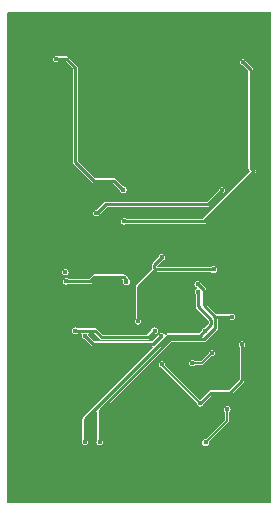
<source format=gbl>
G04 Layer_Physical_Order=2*
G04 Layer_Color=16711680*
%FSLAX44Y44*%
%MOMM*%
G71*
G01*
G75*
%ADD41C,0.2540*%
%ADD42C,0.1270*%
%ADD44C,0.4000*%
G36*
X608750Y1332750D02*
X385000D01*
Y1747750D01*
X385750Y1748000D01*
X608750D01*
Y1332750D01*
D02*
G37*
%LPC*%
G36*
X559000Y1462316D02*
X557922Y1462102D01*
X557009Y1461491D01*
X556398Y1460578D01*
X556184Y1459500D01*
X556255Y1459143D01*
X549624Y1452512D01*
X544561D01*
X544241Y1452991D01*
X543328Y1453602D01*
X542250Y1453816D01*
X541172Y1453602D01*
X540259Y1452991D01*
X539648Y1452078D01*
X539434Y1451000D01*
X539648Y1449922D01*
X540259Y1449009D01*
X541172Y1448398D01*
X542250Y1448184D01*
X543328Y1448398D01*
X544241Y1449009D01*
X544561Y1449488D01*
X550250D01*
X551319Y1449931D01*
X558226Y1456838D01*
X559000Y1456684D01*
X560078Y1456898D01*
X560991Y1457509D01*
X561602Y1458422D01*
X561816Y1459500D01*
X561602Y1460578D01*
X560991Y1461491D01*
X560078Y1462102D01*
X559000Y1462316D01*
D02*
G37*
G36*
X546750Y1520816D02*
X545672Y1520602D01*
X544759Y1519991D01*
X544148Y1519078D01*
X543934Y1518000D01*
X544148Y1516922D01*
X544759Y1516009D01*
X545672Y1515398D01*
X545801Y1515373D01*
X545902Y1514310D01*
X545867Y1514065D01*
X545009Y1513491D01*
X544398Y1512578D01*
X544184Y1511500D01*
X544398Y1510422D01*
X544928Y1509629D01*
Y1499250D01*
X544928Y1499250D01*
X545086Y1498457D01*
X545535Y1497785D01*
X556376Y1486944D01*
Y1484556D01*
X552296Y1480476D01*
X551672Y1480352D01*
X550759Y1479741D01*
X550148Y1478828D01*
X550024Y1478204D01*
X548156Y1476336D01*
X521966D01*
X521174Y1476178D01*
X520501Y1475729D01*
X520501Y1475729D01*
X519807Y1475034D01*
X518382Y1475406D01*
X517991Y1475991D01*
X517078Y1476602D01*
X516000Y1476816D01*
X514922Y1476602D01*
X514009Y1475991D01*
X513398Y1475078D01*
X513212Y1474142D01*
X508392Y1469322D01*
X459358D01*
X454288Y1474392D01*
X454136Y1475158D01*
X454285Y1475582D01*
X454894Y1476428D01*
X459142D01*
X464285Y1471285D01*
X464285Y1471285D01*
X464957Y1470836D01*
X465750Y1470678D01*
X465750Y1470678D01*
X504500D01*
X504500Y1470678D01*
X505293Y1470836D01*
X505965Y1471285D01*
X510392Y1475712D01*
X511328Y1475898D01*
X512241Y1476509D01*
X512852Y1477422D01*
X513066Y1478500D01*
X512852Y1479578D01*
X512241Y1480491D01*
X511328Y1481102D01*
X510250Y1481316D01*
X509172Y1481102D01*
X508259Y1480491D01*
X507648Y1479578D01*
X507462Y1478642D01*
X503642Y1474822D01*
X466608D01*
X461465Y1479965D01*
X460793Y1480414D01*
X460000Y1480572D01*
X460000Y1480572D01*
X445121D01*
X444328Y1481102D01*
X443250Y1481316D01*
X442172Y1481102D01*
X441259Y1480491D01*
X440648Y1479578D01*
X440434Y1478500D01*
X440648Y1477422D01*
X441259Y1476509D01*
X442172Y1475898D01*
X443250Y1475684D01*
X444328Y1475898D01*
X445121Y1476428D01*
X448106D01*
X448715Y1475582D01*
X448865Y1475158D01*
X448684Y1474250D01*
X448898Y1473172D01*
X449509Y1472259D01*
X450422Y1471648D01*
X451358Y1471462D01*
X457035Y1465785D01*
X457035Y1465785D01*
X457707Y1465336D01*
X458500Y1465178D01*
X458500Y1465178D01*
X508154D01*
X508680Y1463908D01*
X449785Y1405013D01*
X449336Y1404341D01*
X449178Y1403548D01*
X449178Y1403548D01*
Y1386121D01*
X448648Y1385328D01*
X448434Y1384250D01*
X448648Y1383172D01*
X449259Y1382259D01*
X450172Y1381648D01*
X451250Y1381434D01*
X452328Y1381648D01*
X453241Y1382259D01*
X453852Y1383172D01*
X454066Y1384250D01*
X453852Y1385328D01*
X453322Y1386121D01*
Y1402690D01*
X460505Y1409873D01*
X461678Y1409387D01*
Y1386121D01*
X461148Y1385328D01*
X460934Y1384250D01*
X461148Y1383172D01*
X461759Y1382259D01*
X462672Y1381648D01*
X463750Y1381434D01*
X464828Y1381648D01*
X465741Y1382259D01*
X466352Y1383172D01*
X466566Y1384250D01*
X466352Y1385328D01*
X465822Y1386121D01*
Y1410520D01*
X524192Y1468890D01*
X551962D01*
X551962Y1468890D01*
X552755Y1469048D01*
X553427Y1469497D01*
X563215Y1479285D01*
X563215Y1479285D01*
X563664Y1479957D01*
X563822Y1480750D01*
Y1488178D01*
X573879D01*
X574672Y1487648D01*
X575750Y1487434D01*
X576828Y1487648D01*
X577741Y1488259D01*
X578352Y1489172D01*
X578566Y1490250D01*
X578352Y1491328D01*
X577741Y1492241D01*
X576828Y1492852D01*
X575750Y1493066D01*
X574672Y1492852D01*
X573879Y1492322D01*
X562608D01*
X554072Y1500858D01*
Y1512750D01*
X554072Y1512750D01*
X553914Y1513543D01*
X553465Y1514215D01*
X553465Y1514215D01*
X549538Y1518142D01*
X549352Y1519078D01*
X548741Y1519991D01*
X547828Y1520602D01*
X546750Y1520816D01*
D02*
G37*
G36*
X571750Y1414566D02*
X570672Y1414352D01*
X569759Y1413741D01*
X569148Y1412828D01*
X568934Y1411750D01*
X569148Y1410672D01*
X569759Y1409759D01*
X570238Y1409439D01*
Y1402726D01*
X553965Y1386454D01*
X553400Y1386566D01*
X552322Y1386352D01*
X551409Y1385741D01*
X550798Y1384828D01*
X550584Y1383750D01*
X550798Y1382672D01*
X551409Y1381759D01*
X552322Y1381148D01*
X553400Y1380934D01*
X554478Y1381148D01*
X555391Y1381759D01*
X556002Y1382672D01*
X556216Y1383750D01*
X556104Y1384315D01*
X572819Y1401031D01*
X573262Y1402100D01*
Y1409439D01*
X573741Y1409759D01*
X574352Y1410672D01*
X574566Y1411750D01*
X574352Y1412828D01*
X573741Y1413741D01*
X572828Y1414352D01*
X571750Y1414566D01*
D02*
G37*
G36*
X584250Y1469566D02*
X583172Y1469352D01*
X582259Y1468741D01*
X581648Y1467828D01*
X581434Y1466750D01*
X581648Y1465672D01*
X582178Y1464879D01*
Y1437108D01*
X573142Y1428072D01*
X558000D01*
X558000Y1428072D01*
X557207Y1427914D01*
X556535Y1427465D01*
X556535Y1427465D01*
X548858Y1419788D01*
X548435Y1419704D01*
X519121Y1449018D01*
X519316Y1450000D01*
X519102Y1451078D01*
X518491Y1451991D01*
X517578Y1452602D01*
X516500Y1452816D01*
X515422Y1452602D01*
X514509Y1451991D01*
X513898Y1451078D01*
X513684Y1450000D01*
X513898Y1448922D01*
X514509Y1448009D01*
X515422Y1447398D01*
X516500Y1447184D01*
X516648Y1447213D01*
X546296Y1417565D01*
X546184Y1417000D01*
X546398Y1415922D01*
X547009Y1415009D01*
X547922Y1414398D01*
X549000Y1414184D01*
X550078Y1414398D01*
X550991Y1415009D01*
X551602Y1415922D01*
X551788Y1416858D01*
X558858Y1423928D01*
X574000D01*
X574000Y1423928D01*
X574793Y1424086D01*
X575465Y1424535D01*
X585715Y1434785D01*
X585715Y1434785D01*
X586164Y1435457D01*
X586322Y1436250D01*
Y1464879D01*
X586852Y1465672D01*
X587066Y1466750D01*
X586852Y1467828D01*
X586241Y1468741D01*
X585328Y1469352D01*
X584250Y1469566D01*
D02*
G37*
G36*
X434750Y1530816D02*
X433672Y1530602D01*
X432759Y1529991D01*
X432148Y1529078D01*
X431934Y1528000D01*
X432148Y1526922D01*
X432759Y1526009D01*
X433672Y1525398D01*
X434750Y1525184D01*
X435828Y1525398D01*
X436741Y1526009D01*
X437352Y1526922D01*
X437566Y1528000D01*
X437352Y1529078D01*
X436741Y1529991D01*
X435828Y1530602D01*
X434750Y1530816D01*
D02*
G37*
G36*
X567250Y1600316D02*
X566172Y1600102D01*
X565259Y1599491D01*
X564648Y1598578D01*
X564462Y1597642D01*
X554392Y1587572D01*
X469000D01*
X469000Y1587572D01*
X468207Y1587414D01*
X467535Y1586965D01*
X461322Y1580752D01*
X461000Y1580816D01*
X459922Y1580602D01*
X459009Y1579991D01*
X458398Y1579078D01*
X458184Y1578000D01*
X458398Y1576922D01*
X459009Y1576009D01*
X459922Y1575398D01*
X461000Y1575184D01*
X462078Y1575398D01*
X462991Y1576009D01*
X463602Y1576922D01*
X463664Y1577234D01*
X469858Y1583428D01*
X555250D01*
X555250Y1583428D01*
X556043Y1583586D01*
X556715Y1584035D01*
X567392Y1594712D01*
X568328Y1594898D01*
X569241Y1595509D01*
X569852Y1596422D01*
X570066Y1597500D01*
X569852Y1598578D01*
X569241Y1599491D01*
X568328Y1600102D01*
X567250Y1600316D01*
D02*
G37*
G36*
X427000Y1711316D02*
X425922Y1711102D01*
X425009Y1710491D01*
X424398Y1709578D01*
X424184Y1708500D01*
X424398Y1707422D01*
X425009Y1706509D01*
X425922Y1705898D01*
X427000Y1705684D01*
X428078Y1705898D01*
X428871Y1706428D01*
X434892D01*
X441178Y1700142D01*
Y1621250D01*
X441178Y1621250D01*
X441336Y1620457D01*
X441785Y1619785D01*
X457535Y1604035D01*
X457535Y1604035D01*
X458207Y1603586D01*
X459000Y1603428D01*
X459000Y1603428D01*
X475243D01*
X480986Y1597686D01*
X481172Y1596750D01*
X481782Y1595837D01*
X482696Y1595226D01*
X483774Y1595012D01*
X484851Y1595226D01*
X485765Y1595837D01*
X486375Y1596750D01*
X486590Y1597828D01*
X486375Y1598906D01*
X485765Y1599819D01*
X484851Y1600430D01*
X483916Y1600616D01*
X477567Y1606965D01*
X476894Y1607414D01*
X476102Y1607572D01*
X476101Y1607572D01*
X459858D01*
X445322Y1622108D01*
Y1701000D01*
X445322Y1701000D01*
X445164Y1701793D01*
X444715Y1702465D01*
X437215Y1709965D01*
X436543Y1710414D01*
X435750Y1710572D01*
X435750Y1710572D01*
X428871D01*
X428078Y1711102D01*
X427000Y1711316D01*
D02*
G37*
G36*
X585250Y1708566D02*
X584172Y1708352D01*
X583259Y1707741D01*
X582648Y1706828D01*
X582434Y1705750D01*
X582648Y1704672D01*
X583259Y1703759D01*
X584172Y1703148D01*
X585108Y1702962D01*
X589710Y1698360D01*
Y1615718D01*
X589710Y1615718D01*
X589868Y1614925D01*
X590317Y1614253D01*
X591320Y1613250D01*
X551142Y1573072D01*
X486621D01*
X485828Y1573602D01*
X484750Y1573816D01*
X483672Y1573602D01*
X482759Y1572991D01*
X482148Y1572078D01*
X481934Y1571000D01*
X482148Y1569922D01*
X482759Y1569009D01*
X483672Y1568398D01*
X484750Y1568184D01*
X485828Y1568398D01*
X486621Y1568928D01*
X552000D01*
X552000Y1568928D01*
X552793Y1569086D01*
X553465Y1569535D01*
X595715Y1611785D01*
X595715Y1611785D01*
X596164Y1612457D01*
X596322Y1613250D01*
X596164Y1614043D01*
X595715Y1614715D01*
X593854Y1616576D01*
Y1699218D01*
X593696Y1700011D01*
X593247Y1700683D01*
X593247Y1700683D01*
X588038Y1705892D01*
X587852Y1706828D01*
X587241Y1707741D01*
X586328Y1708352D01*
X585250Y1708566D01*
D02*
G37*
G36*
X484218Y1526104D02*
X484218Y1526104D01*
X459330D01*
X459330Y1526104D01*
X458537Y1525946D01*
X457865Y1525497D01*
X457865Y1525497D01*
X454690Y1522322D01*
X437371D01*
X436578Y1522852D01*
X435500Y1523066D01*
X434422Y1522852D01*
X433509Y1522241D01*
X432898Y1521328D01*
X432684Y1520250D01*
X432898Y1519172D01*
X433509Y1518259D01*
X434422Y1517648D01*
X435500Y1517434D01*
X436578Y1517648D01*
X437371Y1518178D01*
X455548D01*
X455548Y1518178D01*
X456341Y1518336D01*
X457013Y1518785D01*
X460188Y1521960D01*
X482961D01*
X483344Y1521600D01*
X483863Y1520898D01*
X483684Y1520000D01*
X483898Y1518922D01*
X484509Y1518009D01*
X485422Y1517398D01*
X486500Y1517184D01*
X487578Y1517398D01*
X488491Y1518009D01*
X489102Y1518922D01*
X489316Y1520000D01*
X489102Y1521078D01*
X488538Y1521922D01*
X488414Y1522543D01*
X487965Y1523215D01*
X487965Y1523215D01*
X485683Y1525497D01*
X485011Y1525946D01*
X484218Y1526104D01*
D02*
G37*
G36*
X516250Y1543316D02*
X515172Y1543102D01*
X514259Y1542491D01*
X513648Y1541578D01*
X513462Y1540642D01*
X508660Y1535840D01*
X508211Y1535168D01*
X508053Y1534375D01*
X508053Y1534375D01*
Y1531375D01*
X508211Y1530582D01*
X508388Y1530318D01*
X494785Y1516715D01*
X494336Y1516043D01*
X494178Y1515250D01*
X494178Y1515250D01*
Y1488321D01*
X493648Y1487528D01*
X493434Y1486450D01*
X493648Y1485372D01*
X494259Y1484459D01*
X495172Y1483848D01*
X496250Y1483634D01*
X497328Y1483848D01*
X498241Y1484459D01*
X498852Y1485372D01*
X499066Y1486450D01*
X498852Y1487528D01*
X498322Y1488321D01*
Y1514392D01*
X512108Y1528178D01*
X558379D01*
X559172Y1527648D01*
X560250Y1527434D01*
X561328Y1527648D01*
X562241Y1528259D01*
X562852Y1529172D01*
X563066Y1530250D01*
X562852Y1531328D01*
X562241Y1532241D01*
X561328Y1532852D01*
X560250Y1533066D01*
X559172Y1532852D01*
X558379Y1532322D01*
X512378D01*
X512272Y1533592D01*
X516392Y1537712D01*
X517328Y1537898D01*
X518241Y1538509D01*
X518852Y1539422D01*
X519066Y1540500D01*
X518852Y1541578D01*
X518241Y1542491D01*
X517328Y1543102D01*
X516250Y1543316D01*
D02*
G37*
%LPD*%
D41*
X476102Y1605500D02*
X483774Y1597828D01*
X459000Y1605500D02*
X476102D01*
X443250Y1621250D02*
X459000Y1605500D01*
X564000Y1613000D02*
X567250D01*
X587750Y1633500D02*
Y1694250D01*
X448000Y1624250D02*
X459250Y1613000D01*
X448000Y1624250D02*
Y1716750D01*
X442250Y1722500D02*
X448000Y1716750D01*
X484750Y1571000D02*
X552000D01*
X594250Y1613250D01*
X555250Y1585500D02*
X567250Y1597500D01*
X469000Y1585500D02*
X555250D01*
X444750Y1538750D02*
X462750D01*
X479750Y1555750D01*
X507000D01*
X461000Y1498750D02*
Y1520000D01*
X459750Y1497500D02*
X461000Y1498750D01*
X435500Y1520250D02*
X455548D01*
X459330Y1524032D01*
X484218D01*
X486500Y1521750D01*
Y1520000D02*
Y1521750D01*
X468250Y1512750D02*
X478500D01*
X461000Y1520000D02*
X468250Y1512750D01*
X427000Y1708500D02*
X435750D01*
X441500Y1721750D02*
X442250Y1722500D01*
X591782Y1615718D02*
X594250Y1613250D01*
X585250Y1705750D02*
X591782Y1699218D01*
Y1615718D02*
Y1699218D01*
X549000Y1417000D02*
X558000Y1426000D01*
X574000D01*
X584250Y1436250D01*
Y1466750D01*
X451250Y1384250D02*
Y1403548D01*
X463750Y1384250D02*
Y1411378D01*
X523334Y1470962D01*
X451250Y1403548D02*
X521966Y1474264D01*
X549014D01*
X561750Y1490250D02*
X575750D01*
X523334Y1470962D02*
X551962D01*
X590000Y1525750D02*
X600500Y1536250D01*
X552000Y1500000D02*
X561750Y1490250D01*
X552000Y1500000D02*
Y1512750D01*
X546750Y1518000D02*
X552000Y1512750D01*
X551962Y1470962D02*
X561750Y1480750D01*
Y1490250D01*
X547000Y1499250D02*
Y1511500D01*
Y1499250D02*
X558448Y1487802D01*
Y1483698D02*
Y1487802D01*
X511250Y1530250D02*
X560250D01*
X510125Y1531375D02*
Y1534375D01*
X516250Y1540500D01*
X552250Y1525750D02*
X571250D01*
X459250Y1613000D02*
X555000D01*
X564000D01*
X435750Y1708500D02*
X443250Y1701000D01*
Y1621250D02*
Y1701000D01*
X427250Y1721750D02*
X441500D01*
X451500Y1474250D02*
X458500Y1467250D01*
X509250D01*
X516000Y1474000D01*
X460000Y1478500D02*
X465750Y1472750D01*
X443250Y1478500D02*
X460000D01*
X465750Y1472750D02*
X504500D01*
X510250Y1478500D01*
X496250Y1486450D02*
Y1515250D01*
X511250Y1530250D01*
X571250Y1525750D02*
X590000D01*
X567250Y1613000D02*
X587750Y1633500D01*
X549014Y1474264D02*
X558448Y1483698D01*
X461250Y1577750D02*
X469000Y1585500D01*
D42*
X542250Y1451000D02*
X550250D01*
X558750Y1459500D01*
X559000D01*
X553400Y1383750D02*
X571750Y1402100D01*
Y1411750D01*
X516500Y1449500D02*
X549000Y1417000D01*
X516500Y1449500D02*
Y1450000D01*
X561750Y1545250D02*
X571250Y1535750D01*
Y1525750D02*
Y1535750D01*
D44*
X567250Y1597500D02*
D03*
X483774Y1597828D02*
D03*
X564000Y1613000D02*
D03*
X484750Y1571000D02*
D03*
X461000Y1578000D02*
D03*
X443250Y1478500D02*
D03*
X510250D02*
D03*
X516000Y1474000D02*
D03*
X451500Y1474250D02*
D03*
X434750Y1528000D02*
D03*
X444750Y1538750D02*
D03*
X507000Y1555750D02*
D03*
X461000Y1520000D02*
D03*
X459750Y1497500D02*
D03*
X435500Y1520250D02*
D03*
X486500Y1520000D02*
D03*
X478500Y1512750D02*
D03*
X427000Y1708500D02*
D03*
X427250Y1721750D02*
D03*
X585250Y1705750D02*
D03*
X549000Y1417000D02*
D03*
X584250Y1466750D02*
D03*
X575750Y1490250D02*
D03*
X600500Y1536250D02*
D03*
X542250Y1451000D02*
D03*
X559000Y1459500D02*
D03*
X553400Y1383750D02*
D03*
X571750Y1411750D02*
D03*
X451250Y1384250D02*
D03*
X463750Y1384250D02*
D03*
X552750Y1477750D02*
D03*
X516500Y1450000D02*
D03*
X552250Y1525750D02*
D03*
X547000Y1511500D02*
D03*
X546750Y1518000D02*
D03*
X560250Y1530250D02*
D03*
X516250Y1540500D02*
D03*
X561750Y1545250D02*
D03*
X555000Y1613000D02*
D03*
X416000Y1705500D02*
D03*
X429750Y1638000D02*
D03*
X583000Y1722500D02*
D03*
Y1736000D02*
D03*
Y1694000D02*
D03*
X426000Y1659250D02*
D03*
X489750Y1483000D02*
D03*
X518276Y1499500D02*
D03*
X496250Y1486450D02*
D03*
X393031Y1361250D02*
D03*
Y1353919D02*
D03*
X393000Y1347000D02*
D03*
Y1340500D02*
D03*
X495250Y1361250D02*
D03*
X495750Y1352750D02*
D03*
X495750Y1346000D02*
D03*
X496000Y1339500D02*
D03*
X522000Y1363750D02*
D03*
Y1358500D02*
D03*
Y1349500D02*
D03*
Y1343250D02*
D03*
X598000Y1360500D02*
D03*
X597500Y1352750D02*
D03*
X597500Y1346500D02*
D03*
Y1340250D02*
D03*
X393700Y1371600D02*
D03*
X400050Y1384300D02*
D03*
X393700Y1397000D02*
D03*
X400050Y1409700D02*
D03*
X393700Y1447800D02*
D03*
Y1473200D02*
D03*
Y1498600D02*
D03*
Y1524000D02*
D03*
Y1549400D02*
D03*
Y1574800D02*
D03*
Y1600200D02*
D03*
Y1625600D02*
D03*
Y1651000D02*
D03*
Y1676400D02*
D03*
Y1701800D02*
D03*
X400050Y1714500D02*
D03*
X393700Y1727200D02*
D03*
X400050Y1739900D02*
D03*
X406400Y1346200D02*
D03*
X412750Y1358900D02*
D03*
X406400Y1371600D02*
D03*
Y1397000D02*
D03*
X412750Y1409700D02*
D03*
X406400Y1701800D02*
D03*
X412750Y1714500D02*
D03*
X406400Y1727200D02*
D03*
X412750Y1739900D02*
D03*
X419100Y1346200D02*
D03*
X425450Y1358900D02*
D03*
X419100Y1371600D02*
D03*
Y1397000D02*
D03*
X425450Y1409700D02*
D03*
Y1714500D02*
D03*
X419100Y1727200D02*
D03*
X425450Y1739900D02*
D03*
X431800Y1346200D02*
D03*
X438150Y1358900D02*
D03*
X431800Y1371600D02*
D03*
Y1397000D02*
D03*
X438150Y1409700D02*
D03*
X444500Y1346200D02*
D03*
X450850Y1358900D02*
D03*
X444500Y1371600D02*
D03*
Y1397000D02*
D03*
Y1473200D02*
D03*
Y1498600D02*
D03*
Y1549400D02*
D03*
X450850Y1562100D02*
D03*
X444500Y1574800D02*
D03*
X450850Y1587500D02*
D03*
X444500Y1600200D02*
D03*
X457200Y1346200D02*
D03*
X463550Y1358900D02*
D03*
X457200Y1371600D02*
D03*
Y1397000D02*
D03*
Y1574800D02*
D03*
X463550Y1587500D02*
D03*
X469900Y1346200D02*
D03*
X476250Y1358900D02*
D03*
X469900Y1371600D02*
D03*
X476250Y1485900D02*
D03*
X469900Y1574800D02*
D03*
X482600Y1346200D02*
D03*
Y1498600D02*
D03*
X508000Y1346200D02*
D03*
X520700Y1422400D02*
D03*
X527050Y1460500D02*
D03*
X533400Y1346200D02*
D03*
X539750Y1358900D02*
D03*
X533400Y1447800D02*
D03*
X546100Y1346200D02*
D03*
X552450Y1358900D02*
D03*
X546100Y1371600D02*
D03*
X552450Y1536700D02*
D03*
X558800Y1346200D02*
D03*
X565150Y1358900D02*
D03*
X558800Y1371600D02*
D03*
X565150Y1409700D02*
D03*
Y1536700D02*
D03*
Y1562100D02*
D03*
X571500Y1346200D02*
D03*
X577850Y1358900D02*
D03*
X571500Y1371600D02*
D03*
X577850Y1460500D02*
D03*
X571500Y1473200D02*
D03*
Y1549400D02*
D03*
X577850Y1562100D02*
D03*
X571500Y1574800D02*
D03*
X577850Y1587500D02*
D03*
Y1612900D02*
D03*
X584200Y1346200D02*
D03*
Y1371600D02*
D03*
X590550Y1384300D02*
D03*
Y1435100D02*
D03*
Y1485900D02*
D03*
X584200Y1524000D02*
D03*
Y1574800D02*
D03*
Y1625600D02*
D03*
X590550Y1714500D02*
D03*
Y1739900D02*
D03*
X596900Y1371600D02*
D03*
X603250Y1384300D02*
D03*
X596900Y1397000D02*
D03*
X603250Y1409700D02*
D03*
X596900Y1422400D02*
D03*
X603250Y1435100D02*
D03*
X596900Y1447800D02*
D03*
Y1473200D02*
D03*
X603250Y1485900D02*
D03*
X596900Y1498600D02*
D03*
X603250Y1511300D02*
D03*
Y1689100D02*
D03*
X596900Y1701800D02*
D03*
X603250Y1714500D02*
D03*
X596900Y1727200D02*
D03*
X603250Y1739900D02*
D03*
M02*

</source>
